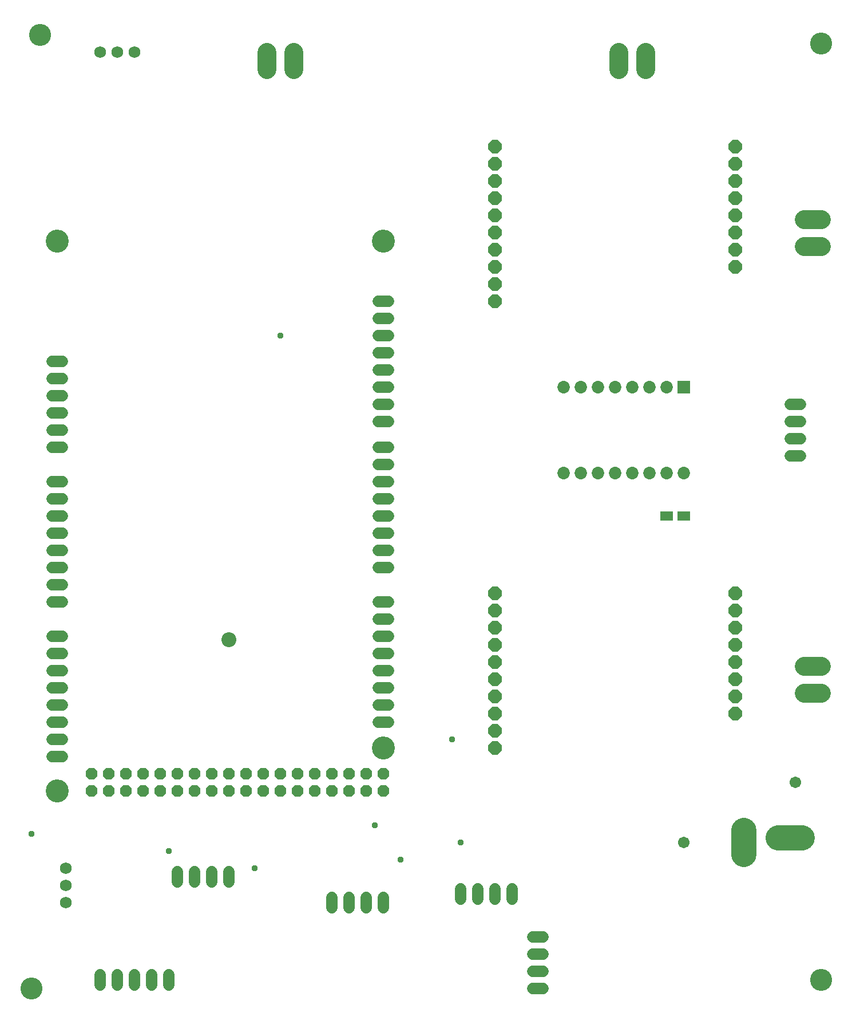
<source format=gbr>
G04 EAGLE Gerber RS-274X export*
G75*
%MOMM*%
%FSLAX34Y34*%
%LPD*%
%INSoldermask Bottom*%
%IPPOS*%
%AMOC8*
5,1,8,0,0,1.08239X$1,22.5*%
G01*
%ADD10C,3.251200*%
%ADD11C,1.727200*%
%ADD12P,1.869504X8X202.500000*%
%ADD13C,3.403200*%
%ADD14C,2.203200*%
%ADD15P,2.144431X8X22.500000*%
%ADD16C,1.853200*%
%ADD17R,1.853200X1.853200*%
%ADD18R,1.953200X1.463200*%
%ADD19C,2.753200*%
%ADD20P,2.144431X8X202.500000*%
%ADD21C,1.727200*%
%ADD22C,3.759200*%
%ADD23C,1.703200*%
%ADD24C,0.959600*%


D10*
X266700Y965200D03*
X1422400Y952500D03*
X1422400Y-431800D03*
X254000Y-444500D03*
D11*
X284480Y482600D02*
X299720Y482600D01*
X299720Y457200D02*
X284480Y457200D01*
X284480Y431800D02*
X299720Y431800D01*
X299720Y406400D02*
X284480Y406400D01*
X284480Y381000D02*
X299720Y381000D01*
X299720Y355600D02*
X284480Y355600D01*
X284480Y304800D02*
X299720Y304800D01*
X299720Y279400D02*
X284480Y279400D01*
X284480Y254000D02*
X299720Y254000D01*
X299720Y228600D02*
X284480Y228600D01*
X284480Y203200D02*
X299720Y203200D01*
X299720Y177800D02*
X284480Y177800D01*
X284480Y152400D02*
X299720Y152400D01*
X299720Y127000D02*
X284480Y127000D01*
X284480Y76200D02*
X299720Y76200D01*
X299720Y50800D02*
X284480Y50800D01*
X284480Y25400D02*
X299720Y25400D01*
X299720Y0D02*
X284480Y0D01*
X284480Y-25400D02*
X299720Y-25400D01*
X299720Y-50800D02*
X284480Y-50800D01*
X284480Y-76200D02*
X299720Y-76200D01*
X299720Y-101600D02*
X284480Y-101600D01*
X767080Y-50800D02*
X782320Y-50800D01*
X782320Y-25400D02*
X767080Y-25400D01*
X767080Y0D02*
X782320Y0D01*
X782320Y25400D02*
X767080Y25400D01*
X767080Y50800D02*
X782320Y50800D01*
X782320Y76200D02*
X767080Y76200D01*
X767080Y101600D02*
X782320Y101600D01*
X782320Y127000D02*
X767080Y127000D01*
X767080Y177800D02*
X782320Y177800D01*
X782320Y203200D02*
X767080Y203200D01*
X767080Y228600D02*
X782320Y228600D01*
X782320Y254000D02*
X767080Y254000D01*
X767080Y279400D02*
X782320Y279400D01*
X782320Y304800D02*
X767080Y304800D01*
X767080Y330200D02*
X782320Y330200D01*
X782320Y355600D02*
X767080Y355600D01*
X767080Y393700D02*
X782320Y393700D01*
X782320Y419100D02*
X767080Y419100D01*
X767080Y444500D02*
X782320Y444500D01*
X782320Y469900D02*
X767080Y469900D01*
X767080Y495300D02*
X782320Y495300D01*
X782320Y520700D02*
X767080Y520700D01*
X767080Y546100D02*
X782320Y546100D01*
X782320Y571500D02*
X767080Y571500D01*
D12*
X774700Y-127000D03*
X774700Y-152400D03*
X749300Y-127000D03*
X749300Y-152400D03*
X723900Y-127000D03*
X723900Y-152400D03*
X698500Y-127000D03*
X698500Y-152400D03*
X673100Y-127000D03*
X673100Y-152400D03*
X647700Y-127000D03*
X647700Y-152400D03*
X622300Y-127000D03*
X622300Y-152400D03*
X596900Y-127000D03*
X596900Y-152400D03*
X571500Y-127000D03*
X571500Y-152400D03*
X546100Y-127000D03*
X546100Y-152400D03*
X520700Y-127000D03*
X520700Y-152400D03*
X495300Y-127000D03*
X495300Y-152400D03*
X469900Y-127000D03*
X469900Y-152400D03*
X444500Y-127000D03*
X444500Y-152400D03*
X419100Y-127000D03*
X419100Y-152400D03*
X393700Y-127000D03*
X393700Y-152400D03*
X368300Y-127000D03*
X368300Y-152400D03*
X342900Y-127000D03*
X342900Y-152400D03*
D13*
X774700Y660400D03*
X292100Y660400D03*
X774700Y-88900D03*
X292100Y-152400D03*
D14*
X546100Y71120D03*
D15*
X939800Y800100D03*
X939800Y774700D03*
X939800Y749300D03*
X939800Y723900D03*
X939800Y698500D03*
X939800Y673100D03*
X939800Y647700D03*
X939800Y622300D03*
X939800Y596900D03*
X939800Y571500D03*
D16*
X1143000Y444500D03*
X1143000Y317500D03*
X1117600Y444500D03*
X1092200Y444500D03*
X1066800Y444500D03*
X1041400Y444500D03*
X1168400Y444500D03*
X1193800Y444500D03*
D17*
X1219200Y444500D03*
D16*
X1168400Y317500D03*
X1193800Y317500D03*
X1219200Y317500D03*
X1117600Y317500D03*
X1092200Y317500D03*
X1066800Y317500D03*
X1041400Y317500D03*
D18*
X1219250Y254000D03*
X1193750Y254000D03*
D15*
X939800Y139700D03*
X939800Y114300D03*
X939800Y88900D03*
X939800Y63500D03*
X939800Y38100D03*
X939800Y12700D03*
X939800Y-12700D03*
X939800Y-38100D03*
X939800Y-63500D03*
X939800Y-88900D03*
D19*
X602500Y914350D02*
X602500Y939850D01*
X642100Y939850D02*
X642100Y914350D01*
X1123200Y914350D02*
X1123200Y939850D01*
X1162800Y939850D02*
X1162800Y914350D01*
D20*
X1295400Y-38100D03*
X1295400Y-12700D03*
X1295400Y12700D03*
X1295400Y38100D03*
X1295400Y63500D03*
X1295400Y88900D03*
X1295400Y114300D03*
X1295400Y139700D03*
X1295400Y622300D03*
X1295400Y647700D03*
X1295400Y673100D03*
X1295400Y698500D03*
X1295400Y723900D03*
X1295400Y749300D03*
X1295400Y774700D03*
X1295400Y800100D03*
D19*
X1396950Y653300D02*
X1422450Y653300D01*
X1422450Y692900D02*
X1396950Y692900D01*
X1396950Y-7100D02*
X1422450Y-7100D01*
X1422450Y32500D02*
X1396950Y32500D01*
D21*
X304800Y-317500D03*
X304800Y-292100D03*
X304800Y-266700D03*
D11*
X469900Y-271780D02*
X469900Y-287020D01*
X495300Y-287020D02*
X495300Y-271780D01*
X520700Y-271780D02*
X520700Y-287020D01*
X546100Y-287020D02*
X546100Y-271780D01*
X774700Y-309880D02*
X774700Y-325120D01*
X749300Y-325120D02*
X749300Y-309880D01*
X723900Y-309880D02*
X723900Y-325120D01*
X698500Y-325120D02*
X698500Y-309880D01*
X965200Y-312420D02*
X965200Y-297180D01*
X939800Y-297180D02*
X939800Y-312420D01*
X914400Y-312420D02*
X914400Y-297180D01*
X889000Y-297180D02*
X889000Y-312420D01*
X995680Y-444500D02*
X1010920Y-444500D01*
X1010920Y-419100D02*
X995680Y-419100D01*
X995680Y-393700D02*
X1010920Y-393700D01*
X1010920Y-368300D02*
X995680Y-368300D01*
X457200Y-424180D02*
X457200Y-439420D01*
X431800Y-439420D02*
X431800Y-424180D01*
X406400Y-424180D02*
X406400Y-439420D01*
X381000Y-439420D02*
X381000Y-424180D01*
X355600Y-424180D02*
X355600Y-439420D01*
D22*
X1308100Y-246380D02*
X1308100Y-210820D01*
X1359535Y-221234D02*
X1395095Y-221234D01*
D11*
X1391920Y419100D02*
X1376680Y419100D01*
X1376680Y393700D02*
X1391920Y393700D01*
X1391920Y368300D02*
X1376680Y368300D01*
X1376680Y342900D02*
X1391920Y342900D01*
D21*
X406400Y939800D03*
X381000Y939800D03*
X355600Y939800D03*
D23*
X1384300Y-139700D03*
D24*
X762000Y-203200D03*
X800100Y-254000D03*
X876300Y-76200D03*
X622300Y520700D03*
X254000Y-215900D03*
X584200Y-266700D03*
X457200Y-241300D03*
X889000Y-228600D03*
D23*
X1219200Y-228600D03*
M02*

</source>
